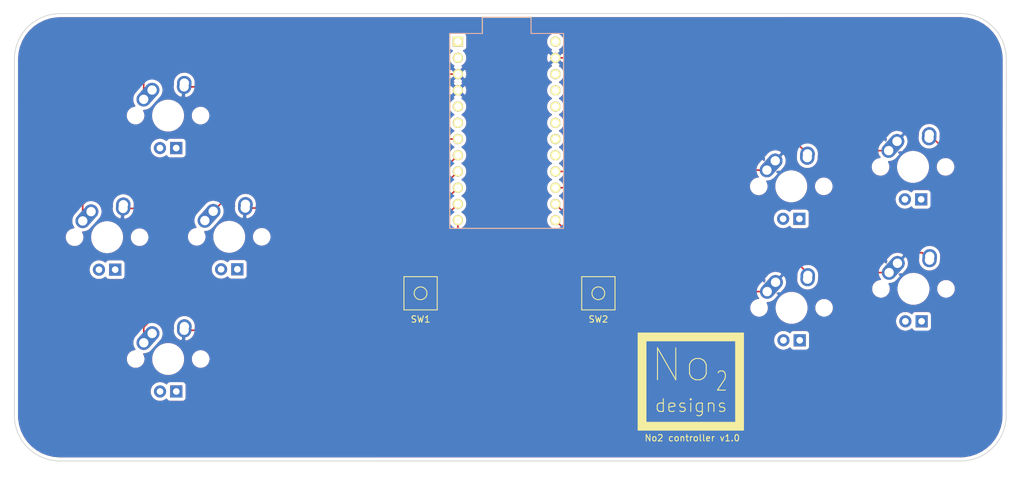
<source format=kicad_pcb>
(kicad_pcb (version 20171130) (host pcbnew "(5.1.4)-1")
  (layers (0 F.Cu signal) (31 B.Cu signal) (34 B.Paste user) (35 F.Paste user) (36 B.SilkS user) (37 F.SilkS user) (38 B.Mask user) (39 F.Mask user) (44 Edge.Cuts user))
  (net 0 "")
  (net 1 "Net-(MX1-Pad1)")
  (net 2 "Net-(MX2-Pad1)")
  (net 3 "Net-(MX3-Pad1)")
  (net 4 "Net-(MX4-Pad1)")
  (net 5 "Net-(MX5-Pad2)")
  (net 6 "Net-(MX6-Pad2)")
  (net 7 "Net-(MX7-Pad2)")
  (net 8 "Net-(MX8-Pad2)")
  (net 9 "Net-(SW1-Pad2)")
  (net 10 "Net-(SW2-Pad1)")
  (net 11 "Net-(U1-Pad24)")
  (net 12 "Net-(U1-Pad22)")
  (net 13 "Net-(U1-Pad21)")
  (net 14 "Net-(U1-Pad20)")
  (net 15 "Net-(U1-Pad19)")
  (net 16 "Net-(U1-Pad18)")
  (net 17 "Net-(U1-Pad17)")
  (net 18 "Net-(U1-Pad6)")
  (net 19 "Net-(U1-Pad5)")
  (net 20 "Net-(U1-Pad2)")
  (net 21 "Net-(U1-Pad1)")
  (net 22 GND)
  (module MX_Alps_Hybrid:MX-1U (layer F.Cu) (at 84.697762 92.990971)
    (fp_text reference MX3)
    (fp_text value MX-NoLED)
    (pad "" np_thru_hole circle (at 5.08 0 48.0996) (size 1.75 1.75) (drill 1.75) (layers *.Cu *.Mask))
    (pad "" np_thru_hole circle (at -5.08 0 48.0996) (size 1.75 1.75) (drill 1.75) (layers *.Cu *.Mask))
    (pad 4 thru_hole rect (at 1.27 5.08) (size 1.905 1.905) (drill 1.04) (layers *.Cu B.Mask))
    (pad 3 thru_hole circle (at -1.27 5.08) (size 1.905 1.905) (drill 1.04) (layers *.Cu B.Mask))
    (pad 1 thru_hole circle (at -2.5 -4) (size 2.25 2.25) (drill 1.47) (layers *.Cu B.Mask) (net 3 "Net-(MX3-Pad1)"))
    (pad "" np_thru_hole circle (at 0 0) (size 3.9878 3.9878) (drill 3.9878) (layers *.Cu *.Mask))
    (pad 1 thru_hole oval (at -3.81 -2.54 48.0996) (size 4.211556 2.25) (drill 1.47 (offset 0.980778 0)) (layers *.Cu B.Mask) (net 3 "Net-(MX3-Pad1)"))
    (pad 2 thru_hole circle (at 2.54 -5.08) (size 2.25 2.25) (drill 1.47) (layers *.Cu B.Mask) (net 22 GND))
    (pad 2 thru_hole oval (at 2.5 -4.5 86.0548) (size 2.831378 2.25) (drill 1.47 (offset 0.290689 0)) (layers *.Cu B.Mask) (net 22 GND))
  )
  (module MX_Alps_Hybrid:MX-1U (layer F.Cu) (at 94.240823 73.874165)
    (fp_text reference MX4)
    (fp_text value MX-NoLED)
    (pad "" np_thru_hole circle (at 5.08 0 48.0996) (size 1.75 1.75) (drill 1.75) (layers *.Cu *.Mask))
    (pad "" np_thru_hole circle (at -5.08 0 48.0996) (size 1.75 1.75) (drill 1.75) (layers *.Cu *.Mask))
    (pad 4 thru_hole rect (at 1.27 5.08) (size 1.905 1.905) (drill 1.04) (layers *.Cu B.Mask))
    (pad 3 thru_hole circle (at -1.27 5.08) (size 1.905 1.905) (drill 1.04) (layers *.Cu B.Mask))
    (pad 1 thru_hole circle (at -2.5 -4) (size 2.25 2.25) (drill 1.47) (layers *.Cu B.Mask) (net 4 "Net-(MX4-Pad1)"))
    (pad "" np_thru_hole circle (at 0 0) (size 3.9878 3.9878) (drill 3.9878) (layers *.Cu *.Mask))
    (pad 1 thru_hole oval (at -3.81 -2.54 48.0996) (size 4.211556 2.25) (drill 1.47 (offset 0.980778 0)) (layers *.Cu B.Mask) (net 4 "Net-(MX4-Pad1)"))
    (pad 2 thru_hole circle (at 2.54 -5.08) (size 2.25 2.25) (drill 1.47) (layers *.Cu B.Mask) (net 22 GND))
    (pad 2 thru_hole oval (at 2.5 -4.5 86.0548) (size 2.831378 2.25) (drill 1.47 (offset 0.290689 0)) (layers *.Cu B.Mask) (net 22 GND))
  )
  (module promicro:ProMicro (layer F.Cu) (at 137.599611 57.30875 270)
    (fp_text reference U1 hide)
    (fp_text value ProMicro)
    (fp_line (start 15.24 -8.89) (end 15.24 8.89) (layer F.SilkS) (width 0.15))
    (fp_line (start -15.24 -8.89) (end 15.24 -8.89) (layer F.SilkS) (width 0.15))
    (fp_line (start -15.24 -3.81) (end -15.24 -8.89) (layer F.SilkS) (width 0.15))
    (fp_line (start -17.78 -3.81) (end -15.24 -3.81) (layer F.SilkS) (width 0.15))
    (fp_line (start -17.78 3.81) (end -17.78 -3.81) (layer F.SilkS) (width 0.15))
    (fp_line (start -15.24 3.81) (end -17.78 3.81) (layer F.SilkS) (width 0.15))
    (fp_line (start -15.24 8.89) (end -15.24 3.81) (layer F.SilkS) (width 0.15))
    (fp_line (start -15.24 8.89) (end 15.24 8.89) (layer F.SilkS) (width 0.15))
    (fp_line (start -15.24 -8.89) (end 15.24 -8.89) (layer B.SilkS) (width 0.15))
    (fp_line (start -15.24 -3.81) (end -15.24 -8.89) (layer B.SilkS) (width 0.15))
    (fp_line (start -17.78 -3.81) (end -15.24 -3.81) (layer B.SilkS) (width 0.15))
    (fp_line (start -17.78 3.81) (end -17.78 -3.81) (layer B.SilkS) (width 0.15))
    (fp_line (start -15.24 3.81) (end -17.78 3.81) (layer B.SilkS) (width 0.15))
    (fp_line (start -15.24 8.89) (end -15.24 3.81) (layer B.SilkS) (width 0.15))
    (fp_line (start 15.24 8.89) (end -15.24 8.89) (layer B.SilkS) (width 0.15))
    (fp_line (start 15.24 -8.89) (end 15.24 8.89) (layer B.SilkS) (width 0.15))
    (pad 24 thru_hole circle (at -13.97 -7.62 270) (size 1.6 1.6) (drill 1.1) (layers *.Cu *.Mask F.SilkS) (net 11 "Net-(U1-Pad24)"))
    (pad 23 thru_hole circle (at -11.43 -7.62 270) (size 1.6 1.6) (drill 1.1) (layers *.Cu *.Mask F.SilkS) (net 22 GND))
    (pad 22 thru_hole circle (at -8.89 -7.62 270) (size 1.6 1.6) (drill 1.1) (layers *.Cu *.Mask F.SilkS) (net 12 "Net-(U1-Pad22)"))
    (pad 21 thru_hole circle (at -6.35 -7.62 270) (size 1.6 1.6) (drill 1.1) (layers *.Cu *.Mask F.SilkS) (net 13 "Net-(U1-Pad21)"))
    (pad 20 thru_hole circle (at -3.81 -7.62 270) (size 1.6 1.6) (drill 1.1) (layers *.Cu *.Mask F.SilkS) (net 14 "Net-(U1-Pad20)"))
    (pad 19 thru_hole circle (at -1.27 -7.62 270) (size 1.6 1.6) (drill 1.1) (layers *.Cu *.Mask F.SilkS) (net 15 "Net-(U1-Pad19)"))
    (pad 18 thru_hole circle (at 1.27 -7.62 270) (size 1.6 1.6) (drill 1.1) (layers *.Cu *.Mask F.SilkS) (net 16 "Net-(U1-Pad18)"))
    (pad 17 thru_hole circle (at 3.81 -7.62 270) (size 1.6 1.6) (drill 1.1) (layers *.Cu *.Mask F.SilkS) (net 17 "Net-(U1-Pad17)"))
    (pad 16 thru_hole circle (at 6.35 -7.62 270) (size 1.6 1.6) (drill 1.1) (layers *.Cu *.Mask F.SilkS) (net 5 "Net-(MX5-Pad2)"))
    (pad 15 thru_hole circle (at 8.89 -7.62 270) (size 1.6 1.6) (drill 1.1) (layers *.Cu *.Mask F.SilkS) (net 7 "Net-(MX7-Pad2)"))
    (pad 14 thru_hole circle (at 11.43 -7.62 270) (size 1.6 1.6) (drill 1.1) (layers *.Cu *.Mask F.SilkS) (net 8 "Net-(MX8-Pad2)"))
    (pad 13 thru_hole circle (at 13.97 -7.62 270) (size 1.6 1.6) (drill 1.1) (layers *.Cu *.Mask F.SilkS) (net 6 "Net-(MX6-Pad2)"))
    (pad 12 thru_hole circle (at 13.97 7.62 270) (size 1.6 1.6) (drill 1.1) (layers *.Cu *.Mask F.SilkS) (net 10 "Net-(SW2-Pad1)"))
    (pad 11 thru_hole circle (at 11.43 7.62 270) (size 1.6 1.6) (drill 1.1) (layers *.Cu *.Mask F.SilkS) (net 9 "Net-(SW1-Pad2)"))
    (pad 10 thru_hole circle (at 8.89 7.62 270) (size 1.6 1.6) (drill 1.1) (layers *.Cu *.Mask F.SilkS) (net 3 "Net-(MX3-Pad1)"))
    (pad 9 thru_hole circle (at 6.35 7.62 270) (size 1.6 1.6) (drill 1.1) (layers *.Cu *.Mask F.SilkS) (net 4 "Net-(MX4-Pad1)"))
    (pad 8 thru_hole circle (at 3.81 7.62 270) (size 1.6 1.6) (drill 1.1) (layers *.Cu *.Mask F.SilkS) (net 1 "Net-(MX1-Pad1)"))
    (pad 7 thru_hole circle (at 1.27 7.62 270) (size 1.6 1.6) (drill 1.1) (layers *.Cu *.Mask F.SilkS) (net 2 "Net-(MX2-Pad1)"))
    (pad 6 thru_hole circle (at -1.27 7.62 270) (size 1.6 1.6) (drill 1.1) (layers *.Cu *.Mask F.SilkS) (net 18 "Net-(U1-Pad6)"))
    (pad 5 thru_hole circle (at -3.81 7.62 270) (size 1.6 1.6) (drill 1.1) (layers *.Cu *.Mask F.SilkS) (net 19 "Net-(U1-Pad5)"))
    (pad 4 thru_hole circle (at -6.35 7.62 270) (size 1.6 1.6) (drill 1.1) (layers *.Cu *.Mask F.SilkS) (net 22 GND))
    (pad 3 thru_hole circle (at -8.89 7.62 270) (size 1.6 1.6) (drill 1.1) (layers *.Cu *.Mask F.SilkS) (net 22 GND))
    (pad 2 thru_hole circle (at -11.43 7.62 270) (size 1.6 1.6) (drill 1.1) (layers *.Cu *.Mask F.SilkS) (net 20 "Net-(U1-Pad2)"))
    (pad 1 thru_hole rect (at -13.97 7.62 270) (size 1.6 1.6) (drill 1.1) (layers *.Cu *.Mask F.SilkS) (net 21 "Net-(U1-Pad1)"))
  )
  (module random-keyboard-parts:SKQG-1155865 (layer F.Cu) (at 151.92375 82.70875)
    (fp_text reference SW2 (at 0 4.064) (layer F.SilkS))
    (fp_text value SW_Push)
    (fp_line (start -2.6 -2.6) (end 2.6 -2.6) (layer F.SilkS) (width 0.15))
    (fp_line (start 2.6 -2.6) (end 2.6 2.6) (layer F.SilkS) (width 0.15))
    (fp_line (start 2.6 2.6) (end -2.6 2.6) (layer F.SilkS) (width 0.15))
    (fp_line (start -2.6 2.6) (end -2.6 -2.6) (layer F.SilkS) (width 0.15))
    (fp_circle (center 0 0) (end 1 0) (layer F.SilkS) (width 0.15))
    (pad 4 smd rect (at -3.1 1.85) (size 1.8 1.1) (layers F.Cu F.Paste F.Mask))
    (pad 3 smd rect (at 3.1 -1.85) (size 1.8 1.1) (layers F.Cu F.Paste F.Mask))
    (pad 2 smd rect (at -3.1 -1.85) (size 1.8 1.1) (layers F.Cu F.Paste F.Mask) (net 22 GND))
    (pad 1 smd rect (at 3.1 1.85) (size 1.8 1.1) (layers F.Cu F.Paste F.Mask) (net 10 "Net-(SW2-Pad1)"))
  )
  (module random-keyboard-parts:SKQG-1155865 (layer F.Cu) (at 124.1425 82.70875)
    (fp_text reference SW1 (at 0 4.064) (layer F.SilkS))
    (fp_text value SW_Push)
    (fp_line (start -2.6 -2.6) (end 2.6 -2.6) (layer F.SilkS) (width 0.15))
    (fp_line (start 2.6 -2.6) (end 2.6 2.6) (layer F.SilkS) (width 0.15))
    (fp_line (start 2.6 2.6) (end -2.6 2.6) (layer F.SilkS) (width 0.15))
    (fp_line (start -2.6 2.6) (end -2.6 -2.6) (layer F.SilkS) (width 0.15))
    (fp_circle (center 0 0) (end 1 0) (layer F.SilkS) (width 0.15))
    (pad 4 smd rect (at -3.1 1.85) (size 1.8 1.1) (layers F.Cu F.Paste F.Mask))
    (pad 3 smd rect (at 3.1 -1.85) (size 1.8 1.1) (layers F.Cu F.Paste F.Mask))
    (pad 2 smd rect (at -3.1 -1.85) (size 1.8 1.1) (layers F.Cu F.Paste F.Mask) (net 9 "Net-(SW1-Pad2)"))
    (pad 1 smd rect (at 3.1 1.85) (size 1.8 1.1) (layers F.Cu F.Paste F.Mask) (net 22 GND))
  )
  (module MX_Alps_Hybrid:MX-1U (layer F.Cu) (at 201.169505 82.013124)
    (fp_text reference MX8)
    (fp_text value MX-NoLED)
    (pad "" np_thru_hole circle (at 5.08 0 48.0996) (size 1.75 1.75) (drill 1.75) (layers *.Cu *.Mask))
    (pad "" np_thru_hole circle (at -5.08 0 48.0996) (size 1.75 1.75) (drill 1.75) (layers *.Cu *.Mask))
    (pad 4 thru_hole rect (at 1.27 5.08) (size 1.905 1.905) (drill 1.04) (layers *.Cu B.Mask))
    (pad 3 thru_hole circle (at -1.27 5.08) (size 1.905 1.905) (drill 1.04) (layers *.Cu B.Mask))
    (pad 1 thru_hole circle (at -2.5 -4) (size 2.25 2.25) (drill 1.47) (layers *.Cu B.Mask) (net 22 GND))
    (pad "" np_thru_hole circle (at 0 0) (size 3.9878 3.9878) (drill 3.9878) (layers *.Cu *.Mask))
    (pad 1 thru_hole oval (at -3.81 -2.54 48.0996) (size 4.211556 2.25) (drill 1.47 (offset 0.980778 0)) (layers *.Cu B.Mask) (net 22 GND))
    (pad 2 thru_hole circle (at 2.54 -5.08) (size 2.25 2.25) (drill 1.47) (layers *.Cu B.Mask) (net 8 "Net-(MX8-Pad2)"))
    (pad 2 thru_hole oval (at 2.5 -4.5 86.0548) (size 2.831378 2.25) (drill 1.47 (offset 0.290689 0)) (layers *.Cu B.Mask) (net 8 "Net-(MX8-Pad2)"))
  )
  (module MX_Alps_Hybrid:MX-1U (layer F.Cu) (at 201.099463 62.934575)
    (fp_text reference MX7)
    (fp_text value MX-NoLED)
    (pad "" np_thru_hole circle (at 5.08 0 48.0996) (size 1.75 1.75) (drill 1.75) (layers *.Cu *.Mask))
    (pad "" np_thru_hole circle (at -5.08 0 48.0996) (size 1.75 1.75) (drill 1.75) (layers *.Cu *.Mask))
    (pad 4 thru_hole rect (at 1.27 5.08) (size 1.905 1.905) (drill 1.04) (layers *.Cu B.Mask))
    (pad 3 thru_hole circle (at -1.27 5.08) (size 1.905 1.905) (drill 1.04) (layers *.Cu B.Mask))
    (pad 1 thru_hole circle (at -2.5 -4) (size 2.25 2.25) (drill 1.47) (layers *.Cu B.Mask) (net 22 GND))
    (pad "" np_thru_hole circle (at 0 0) (size 3.9878 3.9878) (drill 3.9878) (layers *.Cu *.Mask))
    (pad 1 thru_hole oval (at -3.81 -2.54 48.0996) (size 4.211556 2.25) (drill 1.47 (offset 0.980778 0)) (layers *.Cu B.Mask) (net 22 GND))
    (pad 2 thru_hole circle (at 2.54 -5.08) (size 2.25 2.25) (drill 1.47) (layers *.Cu B.Mask) (net 7 "Net-(MX7-Pad2)"))
    (pad 2 thru_hole oval (at 2.5 -4.5 86.0548) (size 2.831378 2.25) (drill 1.47 (offset 0.290689 0)) (layers *.Cu B.Mask) (net 7 "Net-(MX7-Pad2)"))
  )
  (module MX_Alps_Hybrid:MX-1U (layer F.Cu) (at 182.118491 84.985281)
    (fp_text reference MX6)
    (fp_text value MX-NoLED)
    (pad "" np_thru_hole circle (at 5.08 0 48.0996) (size 1.75 1.75) (drill 1.75) (layers *.Cu *.Mask))
    (pad "" np_thru_hole circle (at -5.08 0 48.0996) (size 1.75 1.75) (drill 1.75) (layers *.Cu *.Mask))
    (pad 4 thru_hole rect (at 1.27 5.08) (size 1.905 1.905) (drill 1.04) (layers *.Cu B.Mask))
    (pad 3 thru_hole circle (at -1.27 5.08) (size 1.905 1.905) (drill 1.04) (layers *.Cu B.Mask))
    (pad 1 thru_hole circle (at -2.5 -4) (size 2.25 2.25) (drill 1.47) (layers *.Cu B.Mask) (net 22 GND))
    (pad "" np_thru_hole circle (at 0 0) (size 3.9878 3.9878) (drill 3.9878) (layers *.Cu *.Mask))
    (pad 1 thru_hole oval (at -3.81 -2.54 48.0996) (size 4.211556 2.25) (drill 1.47 (offset 0.980778 0)) (layers *.Cu B.Mask) (net 22 GND))
    (pad 2 thru_hole circle (at 2.54 -5.08) (size 2.25 2.25) (drill 1.47) (layers *.Cu B.Mask) (net 6 "Net-(MX6-Pad2)"))
    (pad 2 thru_hole oval (at 2.5 -4.5 86.0548) (size 2.831378 2.25) (drill 1.47 (offset 0.290689 0)) (layers *.Cu B.Mask) (net 6 "Net-(MX6-Pad2)"))
  )
  (module MX_Alps_Hybrid:MX-1U (layer F.Cu) (at 182.069785 65.981811)
    (fp_text reference MX5)
    (fp_text value MX-NoLED)
    (pad "" np_thru_hole circle (at 5.08 0 48.0996) (size 1.75 1.75) (drill 1.75) (layers *.Cu *.Mask))
    (pad "" np_thru_hole circle (at -5.08 0 48.0996) (size 1.75 1.75) (drill 1.75) (layers *.Cu *.Mask))
    (pad 4 thru_hole rect (at 1.27 5.08) (size 1.905 1.905) (drill 1.04) (layers *.Cu B.Mask))
    (pad 3 thru_hole circle (at -1.27 5.08) (size 1.905 1.905) (drill 1.04) (layers *.Cu B.Mask))
    (pad 1 thru_hole circle (at -2.5 -4) (size 2.25 2.25) (drill 1.47) (layers *.Cu B.Mask) (net 22 GND))
    (pad "" np_thru_hole circle (at 0 0) (size 3.9878 3.9878) (drill 3.9878) (layers *.Cu *.Mask))
    (pad 1 thru_hole oval (at -3.81 -2.54 48.0996) (size 4.211556 2.25) (drill 1.47 (offset 0.980778 0)) (layers *.Cu B.Mask) (net 22 GND))
    (pad 2 thru_hole circle (at 2.54 -5.08) (size 2.25 2.25) (drill 1.47) (layers *.Cu B.Mask) (net 5 "Net-(MX5-Pad2)"))
    (pad 2 thru_hole oval (at 2.5 -4.5 86.0548) (size 2.831378 2.25) (drill 1.47 (offset 0.290689 0)) (layers *.Cu B.Mask) (net 5 "Net-(MX5-Pad2)"))
  )
  (module MX_Alps_Hybrid:MX-1U (layer F.Cu) (at 84.685138 54.912158)
    (fp_text reference MX2)
    (fp_text value MX-NoLED)
    (pad "" np_thru_hole circle (at 5.08 0 48.0996) (size 1.75 1.75) (drill 1.75) (layers *.Cu *.Mask))
    (pad "" np_thru_hole circle (at -5.08 0 48.0996) (size 1.75 1.75) (drill 1.75) (layers *.Cu *.Mask))
    (pad 4 thru_hole rect (at 1.27 5.08) (size 1.905 1.905) (drill 1.04) (layers *.Cu B.Mask))
    (pad 3 thru_hole circle (at -1.27 5.08) (size 1.905 1.905) (drill 1.04) (layers *.Cu B.Mask))
    (pad 1 thru_hole circle (at -2.5 -4) (size 2.25 2.25) (drill 1.47) (layers *.Cu B.Mask) (net 2 "Net-(MX2-Pad1)"))
    (pad "" np_thru_hole circle (at 0 0) (size 3.9878 3.9878) (drill 3.9878) (layers *.Cu *.Mask))
    (pad 1 thru_hole oval (at -3.81 -2.54 48.0996) (size 4.211556 2.25) (drill 1.47 (offset 0.980778 0)) (layers *.Cu B.Mask) (net 2 "Net-(MX2-Pad1)"))
    (pad 2 thru_hole circle (at 2.54 -5.08) (size 2.25 2.25) (drill 1.47) (layers *.Cu B.Mask) (net 22 GND))
    (pad 2 thru_hole oval (at 2.5 -4.5 86.0548) (size 2.831378 2.25) (drill 1.47 (offset 0.290689 0)) (layers *.Cu B.Mask) (net 22 GND))
  )
  (module MX_Alps_Hybrid:MX-1U (layer F.Cu) (at 75.154702 73.935535)
    (fp_text reference MX1)
    (fp_text value MX-NoLED)
    (pad "" np_thru_hole circle (at 5.08 0 48.0996) (size 1.75 1.75) (drill 1.75) (layers *.Cu *.Mask))
    (pad "" np_thru_hole circle (at -5.08 0 48.0996) (size 1.75 1.75) (drill 1.75) (layers *.Cu *.Mask))
    (pad 4 thru_hole rect (at 1.27 5.08) (size 1.905 1.905) (drill 1.04) (layers *.Cu B.Mask))
    (pad 3 thru_hole circle (at -1.27 5.08) (size 1.905 1.905) (drill 1.04) (layers *.Cu B.Mask))
    (pad 1 thru_hole circle (at -2.5 -4) (size 2.25 2.25) (drill 1.47) (layers *.Cu B.Mask) (net 1 "Net-(MX1-Pad1)"))
    (pad "" np_thru_hole circle (at 0 0) (size 3.9878 3.9878) (drill 3.9878) (layers *.Cu *.Mask))
    (pad 1 thru_hole oval (at -3.81 -2.54 48.0996) (size 4.211556 2.25) (drill 1.47 (offset 0.980778 0)) (layers *.Cu B.Mask) (net 1 "Net-(MX1-Pad1)"))
    (pad 2 thru_hole circle (at 2.54 -5.08) (size 2.25 2.25) (drill 1.47) (layers *.Cu B.Mask) (net 22 GND))
    (pad 2 thru_hole oval (at 2.5 -4.5 86.0548) (size 2.831378 2.25) (drill 1.47 (offset 0.290689 0)) (layers *.Cu B.Mask) (net 22 GND))
  )
  (gr_text "No2 controller v1.0\n" (at 166.601783 105.349946) (layer F.SilkS) (effects (font (size 1 1))))
  (gr_poly (pts (xy 158.115 102.87) (xy 173.355 102.87) (xy 173.355 104.14) (xy 158.115 104.14)) (layer F.SilkS) (width 0.1))
  (gr_poly (pts (xy 173.355 88.9) (xy 174.625 88.9) (xy 174.625 104.14) (xy 173.355 104.14)) (layer F.SilkS) (width 0.1))
  (gr_poly (pts (xy 159.385 88.9) (xy 158.115 88.9) (xy 158.115 102.87) (xy 159.385 102.87)) (layer F.SilkS) (width 0.1))
  (gr_poly (pts (xy 159.385 88.9) (xy 159.385 90.17) (xy 173.355 90.17) (xy 173.355 88.9)) (layer F.SilkS) (width 0.1))
  (gr_text designs (at 166.408983 100.280101) (layer F.SilkS) (effects (font (size 2 2))))
  (gr_text 2 (at 171.205497 96.475733) (layer F.SilkS) (effects (font (size 3 2))))
  (gr_text No (at 164.855497 93.935733) (layer F.SilkS) (effects (font (size 5 5))))
  (gr_line (start 67.814594 38.956948) (end 208.550675 38.944895) (layer Edge.Cuts) (width 0.12))
  (gr_line (start 60.665993 101.830266) (end 60.670844 46.100698) (layer Edge.Cuts) (width 0.12))
  (gr_line (start 208.542601 108.937904) (end 67.786573 108.942318) (layer Edge.Cuts) (width 0.12))
  (gr_line (start 215.671255 46.056947) (end 215.654653 101.817324) (layer Edge.Cuts) (width 0.12))
  (gr_arc (start 208.550675 46.06548) (end 215.671255 46.056947) (angle -89.9) (layer Edge.Cuts) (width 0.12))
  (gr_arc (start 208.534068 101.817324) (end 208.542601 108.937904) (angle -89.9) (layer Edge.Cuts) (width 0.12))
  (gr_arc (start 67.786573 101.821733) (end 60.665993 101.830266) (angle -89.9) (layer Edge.Cuts) (width 0.12))
  (gr_arc (start 67.814594 46.100698) (end 67.814594 38.956948) (angle -90) (layer Edge.Cuts) (width 0.12))
  (segment (start 71.344702 71.395535) (end 71.344702 69.625298) (width 0.25) (layer F.Cu) (net 1))
  (segment (start 128.780468 62.317893) (end 129.979611 61.11875) (width 0.25) (layer F.Cu) (net 1))
  (segment (start 96.908357 62.317893) (end 128.780468 62.317893) (width 0.25) (layer F.Cu) (net 1))
  (segment (start 93.98 65.24625) (end 96.908357 62.317893) (width 0.25) (layer F.Cu) (net 1))
  (segment (start 74.93 65.24625) (end 93.98 65.24625) (width 0.25) (layer F.Cu) (net 1))
  (segment (start 71.344702 71.395535) (end 71.344702 68.831548) (width 0.25) (layer F.Cu) (net 1))
  (segment (start 71.344702 68.831548) (end 74.93 65.24625) (width 0.25) (layer F.Cu) (net 1))
  (segment (start 124.61875 58.57875) (end 129.979611 58.57875) (width 0.25) (layer F.Cu) (net 2))
  (segment (start 80.875138 49.776112) (end 82.8675 47.78375) (width 0.25) (layer F.Cu) (net 2))
  (segment (start 80.875138 52.372158) (end 80.875138 49.776112) (width 0.25) (layer F.Cu) (net 2))
  (segment (start 82.8675 46.6725) (end 83.82 45.72) (width 0.25) (layer F.Cu) (net 2))
  (segment (start 83.82 45.72) (end 111.76 45.72) (width 0.25) (layer F.Cu) (net 2))
  (segment (start 82.8675 47.78375) (end 82.8675 46.6725) (width 0.25) (layer F.Cu) (net 2))
  (segment (start 111.76 45.72) (end 124.61875 58.57875) (width 0.25) (layer F.Cu) (net 2))
  (segment (start 122.784607 67.397893) (end 104.29875 85.88375) (width 0.25) (layer F.Cu) (net 3))
  (segment (start 128.780468 67.397893) (end 129.979611 66.19875) (width 0.25) (layer F.Cu) (net 3))
  (segment (start 122.784607 67.397893) (end 128.780468 67.397893) (width 0.25) (layer F.Cu) (net 3))
  (segment (start 80.887762 90.450971) (end 80.887762 88.022238) (width 0.25) (layer F.Cu) (net 3))
  (segment (start 80.887762 88.022238) (end 83.82 85.09) (width 0.25) (layer F.Cu) (net 3))
  (segment (start 83.82 85.09) (end 99.06 85.09) (width 0.25) (layer F.Cu) (net 3))
  (segment (start 99.85375 85.88375) (end 104.29875 85.88375) (width 0.25) (layer F.Cu) (net 3))
  (segment (start 99.06 85.09) (end 99.85375 85.88375) (width 0.25) (layer F.Cu) (net 3))
  (segment (start 128.780468 64.857893) (end 129.979611 63.65875) (width 0.25) (layer F.Cu) (net 4))
  (segment (start 91.740823 69.874165) (end 96.757095 64.857893) (width 0.25) (layer F.Cu) (net 4))
  (segment (start 96.757095 64.857893) (end 128.780468 64.857893) (width 0.25) (layer F.Cu) (net 4))
  (segment (start 150.97125 63.65875) (end 145.219611 63.65875) (width 0.25) (layer F.Cu) (net 5))
  (segment (start 152.312624 62.317376) (end 150.97125 63.65875) (width 0.25) (layer F.Cu) (net 5))
  (segment (start 152.312624 58.89625) (end 152.312624 62.317376) (width 0.25) (layer F.Cu) (net 5))
  (segment (start 182.604224 58.89625) (end 152.312624 58.89625) (width 0.25) (layer F.Cu) (net 5))
  (segment (start 184.569785 61.481811) (end 184.569785 60.861811) (width 0.25) (layer F.Cu) (net 5))
  (segment (start 184.569785 60.861811) (end 182.604224 58.89625) (width 0.25) (layer F.Cu) (net 5))
  (segment (start 148.644338 74.77125) (end 163.83 74.77125) (width 0.25) (layer F.Cu) (net 6))
  (segment (start 163.83 74.77125) (end 167.79875 78.74) (width 0.25) (layer F.Cu) (net 6))
  (segment (start 148.644338 74.703477) (end 145.219611 71.27875) (width 0.25) (layer F.Cu) (net 6))
  (segment (start 148.644338 74.77125) (end 148.644338 74.703477) (width 0.25) (layer F.Cu) (net 6))
  (segment (start 184.618491 80.485281) (end 184.618491 79.208491) (width 0.25) (layer F.Cu) (net 6))
  (segment (start 184.618491 80.485281) (end 184.618491 79.562981) (width 0.25) (layer F.Cu) (net 6))
  (segment (start 184.618491 79.562981) (end 183.212794 78.157284) (width 0.25) (layer F.Cu) (net 6))
  (segment (start 183.212794 78.157284) (end 171.7164 78.157284) (width 0.25) (layer F.Cu) (net 6))
  (segment (start 171.133684 78.74) (end 167.79875 78.74) (width 0.25) (layer F.Cu) (net 6))
  (segment (start 171.7164 78.157284) (end 171.133684 78.74) (width 0.25) (layer F.Cu) (net 6))
  (segment (start 205.474888 59.69) (end 203.639463 57.854575) (width 0.25) (layer F.Cu) (net 7))
  (segment (start 209.8675 59.69) (end 205.474888 59.69) (width 0.25) (layer F.Cu) (net 7))
  (segment (start 208.28 70.8025) (end 209.8675 69.215) (width 0.25) (layer F.Cu) (net 7))
  (segment (start 190.02375 74.77125) (end 193.9925 70.8025) (width 0.25) (layer F.Cu) (net 7))
  (segment (start 174.9425 74.77125) (end 190.02375 74.77125) (width 0.25) (layer F.Cu) (net 7))
  (segment (start 193.9925 70.8025) (end 208.28 70.8025) (width 0.25) (layer F.Cu) (net 7))
  (segment (start 170.97375 70.8025) (end 174.9425 74.77125) (width 0.25) (layer F.Cu) (net 7))
  (segment (start 209.8675 69.215) (end 209.8675 59.69) (width 0.25) (layer F.Cu) (net 7))
  (segment (start 159.0675 66.83375) (end 159.0675 70.00875) (width 0.25) (layer F.Cu) (net 7))
  (segment (start 159.0675 70.00875) (end 159.86125 70.8025) (width 0.25) (layer F.Cu) (net 7))
  (segment (start 159.86125 70.8025) (end 170.97375 70.8025) (width 0.25) (layer F.Cu) (net 7))
  (segment (start 155.09875 66.83375) (end 159.0675 66.83375) (width 0.25) (layer F.Cu) (net 7))
  (segment (start 154.46375 66.19875) (end 145.219611 66.19875) (width 0.25) (layer F.Cu) (net 7))
  (segment (start 155.09875 66.83375) (end 154.46375 66.19875) (width 0.25) (layer F.Cu) (net 7))
  (segment (start 146.137893 69.937893) (end 146.137893 69.657032) (width 0.25) (layer F.Cu) (net 8))
  (segment (start 153.440393 69.937893) (end 146.137893 69.937893) (width 0.25) (layer F.Cu) (net 8))
  (segment (start 156.68625 73.18375) (end 153.440393 69.937893) (width 0.25) (layer F.Cu) (net 8))
  (segment (start 168.5925 73.18375) (end 156.68625 73.18375) (width 0.25) (layer F.Cu) (net 8))
  (segment (start 202.515131 76.35875) (end 201.13625 76.35875) (width 0.25) (layer F.Cu) (net 8))
  (segment (start 203.669505 77.513124) (end 202.515131 76.35875) (width 0.25) (layer F.Cu) (net 8))
  (segment (start 146.137893 69.657032) (end 145.219611 68.73875) (width 0.25) (layer F.Cu) (net 8))
  (segment (start 201.13625 76.35875) (end 199.54875 74.77125) (width 0.25) (layer F.Cu) (net 8))
  (segment (start 199.54875 74.77125) (end 196.37375 74.77125) (width 0.25) (layer F.Cu) (net 8))
  (segment (start 171.7675 76.35875) (end 168.5925 73.18375) (width 0.25) (layer F.Cu) (net 8))
  (segment (start 196.37375 74.77125) (end 194.78625 76.35875) (width 0.25) (layer F.Cu) (net 8))
  (segment (start 194.78625 76.35875) (end 171.7675 76.35875) (width 0.25) (layer F.Cu) (net 8))
  (segment (start 121.0425 77.675861) (end 129.979611 68.73875) (width 0.25) (layer F.Cu) (net 9))
  (segment (start 121.0425 80.85875) (end 121.0425 77.675861) (width 0.25) (layer F.Cu) (net 9))
  (segment (start 144.78 88.409652) (end 153.366598 88.409652) (width 0.25) (layer F.Cu) (net 10))
  (segment (start 155.02375 86.7525) (end 155.02375 84.55875) (width 0.25) (layer F.Cu) (net 10))
  (segment (start 153.366598 88.409652) (end 155.02375 86.7525) (width 0.25) (layer F.Cu) (net 10))
  (segment (start 129.979611 73.609263) (end 144.78 88.409652) (width 0.25) (layer F.Cu) (net 10))
  (segment (start 129.979611 71.27875) (end 129.979611 73.609263) (width 0.25) (layer F.Cu) (net 10))
  (segment (start 127.2425 84.55875) (end 127.2425 85.35875) (width 0.25) (layer F.Cu) (net 22))
  (segment (start 74.93 101.75875) (end 65.405 92.23375) (width 0.25) (layer F.Cu) (net 22))
  (segment (start 101.9175 69.53333) (end 101.9175 83.5025) (width 0.25) (layer F.Cu) (net 22))
  (segment (start 102.076665 69.374165) (end 101.9175 69.53333) (width 0.25) (layer F.Cu) (net 22))
  (segment (start 96.740823 69.374165) (end 102.076665 69.374165) (width 0.25) (layer F.Cu) (net 22))
  (segment (start 65.405 92.23375) (end 65.405 83.5025) (width 0.25) (layer F.Cu) (net 22))
  (segment (start 77.654702 69.435535) (end 83.440715 69.435535) (width 0.25) (layer F.Cu) (net 22))
  (segment (start 84.455 70.44982) (end 84.455 83.5025) (width 0.25) (layer F.Cu) (net 22))
  (segment (start 83.440715 69.435535) (end 84.455 70.44982) (width 0.25) (layer F.Cu) (net 22))
  (segment (start 101.9175 83.5025) (end 84.455 83.5025) (width 0.25) (layer F.Cu) (net 22))
  (segment (start 84.455 83.5025) (end 65.405 83.5025) (width 0.25) (layer F.Cu) (net 22))
  (segment (start 87.197762 88.490971) (end 97.380971 88.490971) (width 0.25) (layer F.Cu) (net 22))
  (segment (start 97.380971 88.490971) (end 100.33 91.44) (width 0.25) (layer F.Cu) (net 22))
  (segment (start 100.33 91.44) (end 100.33 101.75875) (width 0.25) (layer F.Cu) (net 22))
  (segment (start 110.8425 101.75875) (end 100.33 101.75875) (width 0.25) (layer F.Cu) (net 22))
  (segment (start 100.33 101.75875) (end 74.93 101.75875) (width 0.25) (layer F.Cu) (net 22))
  (segment (start 92.3925 62.865) (end 65.405 62.865) (width 0.25) (layer F.Cu) (net 22))
  (segment (start 92.3925 52.54625) (end 92.3925 62.865) (width 0.25) (layer F.Cu) (net 22))
  (segment (start 90.258408 50.412158) (end 92.3925 52.54625) (width 0.25) (layer F.Cu) (net 22))
  (segment (start 87.185138 50.412158) (end 90.258408 50.412158) (width 0.25) (layer F.Cu) (net 22))
  (segment (start 65.405 83.5025) (end 65.405 62.865) (width 0.25) (layer F.Cu) (net 22))
  (segment (start 110.8425 101.75875) (end 120.9675 101.75875) (width 0.25) (layer F.Cu) (net 22))
  (segment (start 127.2425 95.48375) (end 127.2425 85.165) (width 0.25) (layer F.Cu) (net 22))
  (segment (start 120.9675 101.75875) (end 127.2425 95.48375) (width 0.25) (layer F.Cu) (net 22))
  (segment (start 120.3325 45.4025) (end 123.34875 48.41875) (width 0.25) (layer F.Cu) (net 22))
  (segment (start 65.405 62.865) (end 65.405 55.72125) (width 0.25) (layer F.Cu) (net 22))
  (segment (start 65.405 55.72125) (end 75.72375 45.4025) (width 0.25) (layer F.Cu) (net 22))
  (segment (start 150.33625 77.94625) (end 148.82375 79.45875) (width 0.25) (layer F.Cu) (net 22))
  (segment (start 148.82375 79.45875) (end 148.82375 80.85875) (width 0.25) (layer F.Cu) (net 22))
  (segment (start 212.24875 52.54625) (end 212.24875 93.0275) (width 0.25) (layer F.Cu) (net 22))
  (segment (start 212.24875 93.0275) (end 194.78625 93.0275) (width 0.25) (layer F.Cu) (net 22))
  (segment (start 157.48 77.94625) (end 150.33625 77.94625) (width 0.25) (layer F.Cu) (net 22))
  (segment (start 174.14875 94.615) (end 157.48 77.94625) (width 0.25) (layer F.Cu) (net 22))
  (segment (start 194.78625 93.0275) (end 193.19875 94.615) (width 0.25) (layer F.Cu) (net 22))
  (segment (start 178.259785 63.441811) (end 171.984439 63.441811) (width 0.25) (layer F.Cu) (net 22))
  (segment (start 171.984439 63.441811) (end 171.984439 66.256939) (width 0.25) (layer F.Cu) (net 22))
  (segment (start 171.984439 66.256939) (end 178.91125 73.18375) (width 0.25) (layer F.Cu) (net 22))
  (segment (start 178.91125 73.18375) (end 186.055 73.18375) (width 0.25) (layer F.Cu) (net 22))
  (segment (start 186.055 73.18375) (end 191.61125 67.6275) (width 0.25) (layer F.Cu) (net 22))
  (segment (start 191.61125 65.566786) (end 191.61125 52.54625) (width 0.25) (layer F.Cu) (net 22))
  (segment (start 191.61125 67.6275) (end 191.61125 65.566786) (width 0.25) (layer F.Cu) (net 22))
  (segment (start 191.61125 52.54625) (end 212.24875 52.54625) (width 0.25) (layer F.Cu) (net 22))
  (segment (start 197.289463 60.394575) (end 191.700425 60.394575) (width 0.25) (layer F.Cu) (net 22))
  (segment (start 178.308491 82.445281) (end 170.443469 82.445281) (width 0.25) (layer F.Cu) (net 22))
  (segment (start 170.443469 82.445281) (end 166.21125 86.6775) (width 0.25) (layer F.Cu) (net 22))
  (segment (start 197.359505 79.473124) (end 191.671876 79.473124) (width 0.25) (layer F.Cu) (net 22))
  (segment (start 191.61125 79.53375) (end 191.61125 94.615) (width 0.25) (layer F.Cu) (net 22))
  (segment (start 191.671876 79.473124) (end 191.61125 79.53375) (width 0.25) (layer F.Cu) (net 22))
  (segment (start 193.19875 94.615) (end 191.61125 94.615) (width 0.25) (layer F.Cu) (net 22))
  (segment (start 191.61125 94.615) (end 174.14875 94.615) (width 0.25) (layer F.Cu) (net 22))
  (segment (start 148.74875 45.87875) (end 145.219611 45.87875) (width 0.25) (layer F.Cu) (net 22))
  (segment (start 151.819338 48.949338) (end 148.74875 45.87875) (width 0.25) (layer F.Cu) (net 22))
  (segment (start 191.61125 52.54625) (end 151.819338 52.54625) (width 0.25) (layer F.Cu) (net 22))
  (segment (start 151.819338 52.54625) (end 151.819338 48.949338) (width 0.25) (layer F.Cu) (net 22))
  (segment (start 75.72375 45.4025) (end 75.72375 44.92625) (width 0.25) (layer F.Cu) (net 22))
  (segment (start 75.72375 44.92625) (end 76.2 44.45) (width 0.25) (layer F.Cu) (net 22))
  (segment (start 119.38 44.45) (end 120.65 45.72) (width 0.25) (layer F.Cu) (net 22))
  (segment (start 76.2 44.45) (end 78.74 41.91) (width 0.25) (layer F.Cu) (net 22))
  (segment (start 78.74 41.91) (end 116.84 41.91) (width 0.25) (layer F.Cu) (net 22))
  (segment (start 116.84 41.91) (end 119.38 44.45) (width 0.25) (layer F.Cu) (net 22))
  (segment (start 123.34875 48.41875) (end 129.979611 48.41875) (width 0.25) (layer F.Cu) (net 22))
  (zone (net 22) (net_name GND) (layer F.Cu) (connect_pads (clearance 0.508)) (min_thickness 0.254) (fill yes (arc_segments 32) (thermal_gap 0.508) (thermal_bridge_width 0.508))
    (polygon (pts (xy 217.17 38.1) (xy 59.69 38.1) (xy 59.69 110.49) (xy 217.17 110.49)))
  )
  (zone (net 22) (net_name GND) (layer B.Cu) (connect_pads (clearance 0.508)) (min_thickness 0.254) (fill yes (arc_segments 32) (thermal_gap 0.508) (thermal_bridge_width 0.508))
    (polygon (pts (xy 218.44 36.83) (xy 58.42 36.83) (xy 58.42 111.76) (xy 218.44 111.76)))
  )
)
</source>
